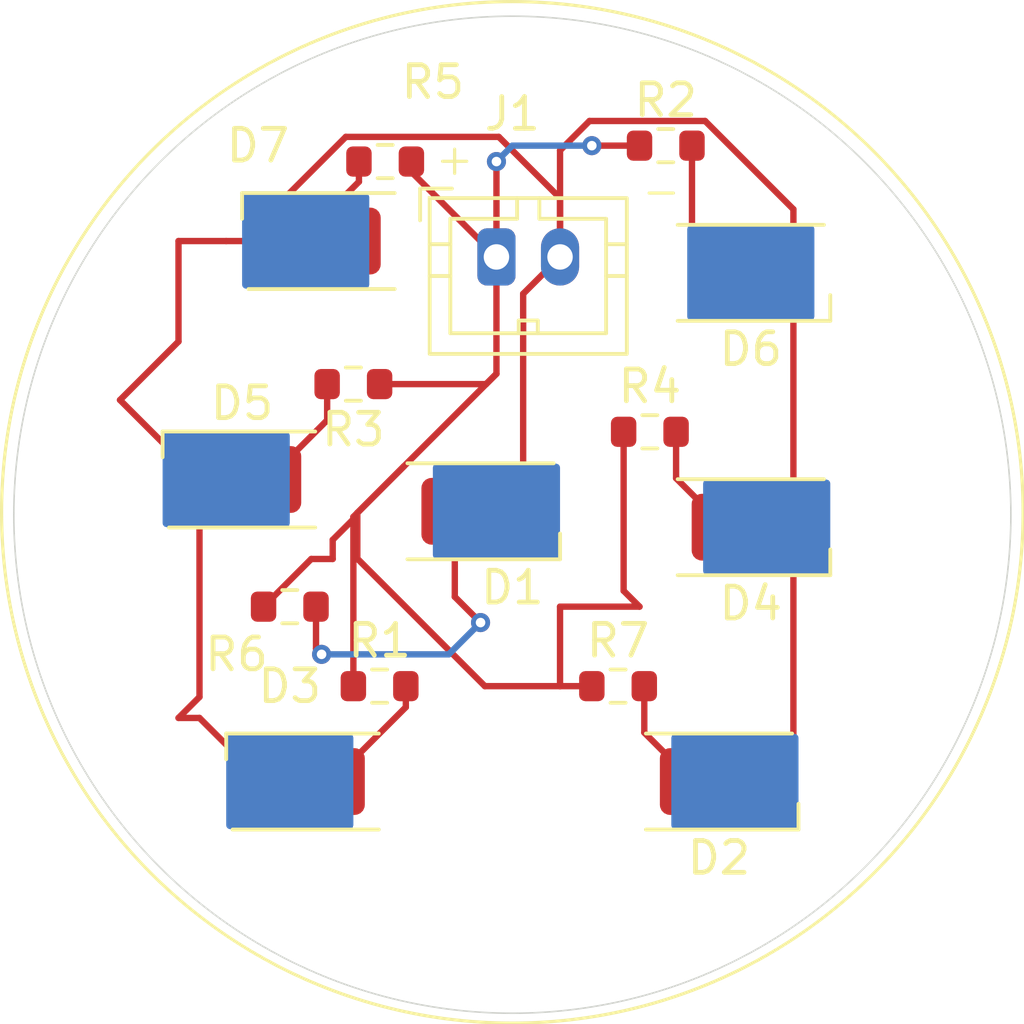
<source format=kicad_pcb>
(kicad_pcb (version 20241229) (generator "pcbnew") (generator_version "9.0")
  (layers (0 "F.Cu" signal) (2 "B.Cu" signal) (13 "F.Paste" user) (15 "B.Paste" user) (5 "F.SilkS" user "F.Silkscreen") (7 "B.SilkS" user "B.Silkscreen") (1 "F.Mask" user) (3 "B.Mask" user) (25 "Edge.Cuts" user))
  (net 0 "")
  (net 1 "GND")
  (net 2 "+3.3V")
  (net 3 "Net-(D1-A)")
  (net 4 "Net-(D2-A)")
  (net 5 "Net-(D3-A)")
  (net 6 "Net-(D4-A)")
  (net 7 "Net-(D5-A)")
  (net 8 "Net-(D6-A)")
  (net 9 "Net-(D7-A)")
  (footprint "LED_SMD:LED_Everlight-SMD3528_3.5x2.8mm_67-21ST" (layer "F.Cu") (at 120.5 97.5)
    (property "Reference" "D5" (at 0 -2.4 0) (layer "F.SilkS"))
    (property "Value" "LED")
    (fp_line (start -2.5 -1.51) (end 2.3 -1.51) (stroke (width 0.12)) (layer "F.SilkS"))
    (fp_line (start -2.5 -0.7) (end -2.5 -1.51) (stroke (width 0.12)) (layer "F.SilkS"))
    (fp_line (start -2.3 1.51) (end 2.3 1.51) (stroke (width 0.12)) (layer "F.SilkS"))
    (pad "1" smd roundrect (at -1.34 0) (size 1.1 2.1) (layers "F.Cu" "F.Mask" "F.Paste") (roundrect_rratio 0.15) (net 1 "GND"))
    (pad "2" smd roundrect (at 0.81 0) (size 2.1 2.1) (layers "F.Cu" "F.Mask" "F.Paste") (roundrect_rratio 0.15) (net 7 "Net-(D5-A)"))
  )
  (footprint "Resistor_SMD:R_0603_1608Metric" (layer "F.Cu") (at 133.825 87)
    (property "Reference" "R2" (at 0 -1.43 0) (layer "F.SilkS"))
    (property "Value" "R" (hide yes))
    (fp_line (start -0.237258 -0.5225) (end 0.237258 -0.5225) (stroke (width 0.12)) (layer "F.SilkS"))
    (fp_line (start -0.237258 0.5225) (end 0.237258 0.5225) (stroke (width 0.12)) (layer "F.SilkS"))
    (pad "1" smd roundrect (at -0.825 0) (size 0.8 0.95) (layers "F.Cu" "F.Mask" "F.Paste") (net 2 "+3.3V"))
    (pad "2" smd roundrect (at 0.825 0) (size 0.8 0.95) (layers "F.Cu" "F.Mask" "F.Paste") (net 8 "Net-(D6-A)"))
  )
  (footprint "LED_SMD:LED_Everlight-SMD3528_3.5x2.8mm_67-21ST" (layer "F.Cu") (at 135.5 107 180)
    (property "Reference" "D2" (at 0 -2.4 180) (layer "F.SilkS"))
    (property "Value" "LED")
    (fp_line (start -2.3 1.51) (end 2.3 1.51) (stroke (width 0.12)) (layer "F.SilkS"))
    (fp_line (start -2.5 -0.7) (end -2.5 -1.51) (stroke (width 0.12)) (layer "F.SilkS"))
    (fp_line (start -2.5 -1.51) (end 2.3 -1.51) (stroke (width 0.12)) (layer "F.SilkS"))
    (pad "1" smd roundrect (at -1.34 0 180) (size 1.1 2.1) (layers "F.Cu" "F.Mask" "F.Paste") (roundrect_rratio 0.15) (net 1 "GND"))
    (pad "2" smd roundrect (at 0.81 0 180) (size 2.1 2.1) (layers "F.Cu" "F.Mask" "F.Paste") (roundrect_rratio 0.15) (net 4 "Net-(D2-A)"))
  )
  (footprint "Connector_TE-Connectivity:TE_440054-2_1x02_P2.00mm_Vertical" (layer "F.Cu") (at 128.5 90.5)
    (property "Reference" "J1" (at 0.5 -4.5 0) (layer "F.SilkS"))
    (property "Value" "Conn_01x02_Pin" (hide yes))
    (fp_line (start -2.4 -2.15) (end -2.4 -1.15) (stroke (width 0.12)) (layer "F.SilkS"))
    (fp_line (start -2.4 -2.15) (end -1.4 -2.15) (stroke (width 0.12)) (layer "F.SilkS"))
    (fp_line (start -2.1 -0.4) (end -1.45 -0.4) (stroke (width 0.12)) (layer "F.SilkS"))
    (fp_line (start -2.1 0.6) (end -1.45 0.6) (stroke (width 0.12)) (layer "F.SilkS"))
    (fp_line (start -1.45 -1.2) (end 0.65 -1.2) (stroke (width 0.12)) (layer "F.SilkS"))
    (fp_line (start -1.45 2.4) (end -1.45 -1.2) (stroke (width 0.12)) (layer "F.SilkS"))
    (fp_line (start 0.65 -1.85) (end 0.65 -1.2) (stroke (width 0.12)) (layer "F.SilkS"))
    (fp_line (start 0.7 2) (end 1.3 2) (stroke (width 0.12)) (layer "F.SilkS"))
    (fp_line (start 0.7 2.4) (end 0.7 2) (stroke (width 0.12)) (layer "F.SilkS"))
    (fp_line (start 1.3 2) (end 1.3 2.4) (stroke (width 0.12)) (layer "F.SilkS"))
    (fp_line (start 1.35 -1.85) (end 1.35 -1.2) (stroke (width 0.12)) (layer "F.SilkS"))
    (fp_line (start 3.45 -1.2) (end 1.35 -1.2) (stroke (width 0.12)) (layer "F.SilkS"))
    (fp_line (start 3.45 -1.2) (end 3.45 2.4) (stroke (width 0.12)) (layer "F.SilkS"))
    (fp_line (start 3.45 -0.4) (end 4.1 -0.4) (stroke (width 0.12)) (layer "F.SilkS"))
    (fp_line (start 3.45 0.6) (end 4.1 0.6) (stroke (width 0.12)) (layer "F.SilkS"))
    (fp_line (start 3.45 2.4) (end -1.45 2.4) (stroke (width 0.12)) (layer "F.SilkS"))
    (fp_rect (start -2.1 -1.85) (end 4.1 3.05) (stroke (width 0.12)) (fill no) (layer "F.SilkS"))
    (pad "1" thru_hole roundrect (at 0 0) (size 1.2 1.8) (drill 0.8) (layers "*.Cu" "*.Mask") (net 2 "+3.3V"))
    (pad "2" thru_hole oval (at 2 0) (size 1.2 1.8) (drill 0.8) (layers "*.Cu" "*.Mask") (net 1 "GND"))
  )
  (footprint "Resistor_SMD:R_0603_1608Metric" (layer "F.Cu") (at 133.325 96)
    (property "Reference" "R4" (at 0 -1.43 0) (layer "F.SilkS"))
    (property "Value" "R" (hide yes))
    (fp_line (start -0.237258 -0.5225) (end 0.237258 -0.5225) (stroke (width 0.12)) (layer "F.SilkS"))
    (fp_line (start -0.237258 0.5225) (end 0.237258 0.5225) (stroke (width 0.12)) (layer "F.SilkS"))
    (pad "1" smd roundrect (at -0.825 0) (size 0.8 0.95) (layers "F.Cu" "F.Mask" "F.Paste") (net 2 "+3.3V"))
    (pad "2" smd roundrect (at 0.825 0) (size 0.8 0.95) (layers "F.Cu" "F.Mask" "F.Paste") (net 6 "Net-(D4-A)"))
  )
  (footprint "Resistor_SMD:R_0603_1608Metric" (layer "F.Cu") (at 124.825 104)
    (property "Reference" "R1" (at 0 -1.43 0) (layer "F.SilkS"))
    (property "Value" "R" (hide yes))
    (fp_line (start -0.237258 -0.5225) (end 0.237258 -0.5225) (stroke (width 0.12)) (layer "F.SilkS"))
    (fp_line (start -0.237258 0.5225) (end 0.237258 0.5225) (stroke (width 0.12)) (layer "F.SilkS"))
    (pad "1" smd roundrect (at -0.825 0) (size 0.8 0.95) (layers "F.Cu" "F.Mask" "F.Paste") (net 2 "+3.3V"))
    (pad "2" smd roundrect (at 0.825 0) (size 0.8 0.95) (layers "F.Cu" "F.Mask" "F.Paste") (net 5 "Net-(D3-A)"))
  )
  (footprint "Resistor_SMD:R_0603_1608Metric" (layer "F.Cu") (at 122 101.5)
    (property "Reference" "R6" (at -1.675 1.5 0) (layer "F.SilkS"))
    (property "Value" "R" (hide yes))
    (fp_line (start -0.237258 -0.5225) (end 0.237258 -0.5225) (stroke (width 0.12)) (layer "F.SilkS"))
    (fp_line (start -0.237258 0.5225) (end 0.237258 0.5225) (stroke (width 0.12)) (layer "F.SilkS"))
    (pad "1" smd roundrect (at -0.825 0) (size 0.8 0.95) (layers "F.Cu" "F.Mask" "F.Paste") (net 2 "+3.3V"))
    (pad "2" smd roundrect (at 0.825 0) (size 0.8 0.95) (layers "F.Cu" "F.Mask" "F.Paste") (net 3 "Net-(D1-A)"))
  )
  (footprint "LED_SMD:LED_Everlight-SMD3528_3.5x2.8mm_67-21ST" (layer "F.Cu") (at 128 98.5 180)
    (property "Reference" "D1" (at -1 -2.4 180) (layer "F.SilkS"))
    (property "Value" "LED")
    (fp_line (start -2.3 1.51) (end 2.3 1.51) (stroke (width 0.12)) (layer "F.SilkS"))
    (fp_line (start -2.5 -0.7) (end -2.5 -1.51) (stroke (width 0.12)) (layer "F.SilkS"))
    (fp_line (start -2.5 -1.51) (end 2.3 -1.51) (stroke (width 0.12)) (layer "F.SilkS"))
    (pad "1" smd roundrect (at -1.34 0 180) (size 1.1 2.1) (layers "F.Cu" "F.Mask" "F.Paste") (roundrect_rratio 0.15) (net 1 "GND"))
    (pad "2" smd roundrect (at 0.81 0 180) (size 2.1 2.1) (layers "F.Cu" "F.Mask" "F.Paste") (roundrect_rratio 0.15) (net 3 "Net-(D1-A)"))
  )
  (footprint "LED_SMD:LED_Everlight-SMD3528_3.5x2.8mm_67-21ST" (layer "F.Cu") (at 136.5 99 180)
    (property "Reference" "D4" (at 0 -2.4 180) (layer "F.SilkS"))
    (property "Value" "LED")
    (fp_line (start -2.3 1.51) (end 2.3 1.51) (stroke (width 0.12)) (layer "F.SilkS"))
    (fp_line (start -2.5 -0.7) (end -2.5 -1.51) (stroke (width 0.12)) (layer "F.SilkS"))
    (fp_line (start -2.5 -1.51) (end 2.3 -1.51) (stroke (width 0.12)) (layer "F.SilkS"))
    (pad "1" smd roundrect (at -1.34 0 180) (size 1.1 2.1) (layers "F.Cu" "F.Mask" "F.Paste") (roundrect_rratio 0.15) (net 1 "GND"))
    (pad "2" smd roundrect (at 0.81 0 180) (size 2.1 2.1) (layers "F.Cu" "F.Mask" "F.Paste") (roundrect_rratio 0.15) (net 6 "Net-(D4-A)"))
  )
  (footprint "Resistor_SMD:R_0603_1608Metric" (layer "F.Cu") (at 125 87.5 180)
    (property "Reference" "R5" (at -1.5 2.5 0) (layer "F.SilkS"))
    (property "Value" "R" (hide yes))
    (fp_line (start -0.237258 0.5225) (end 0.237258 0.5225) (stroke (width 0.12)) (layer "F.SilkS"))
    (fp_line (start -0.237258 -0.5225) (end 0.237258 -0.5225) (stroke (width 0.12)) (layer "F.SilkS"))
    (pad "1" smd roundrect (at -0.825 0 180) (size 0.8 0.95) (layers "F.Cu" "F.Mask" "F.Paste") (net 2 "+3.3V"))
    (pad "2" smd roundrect (at 0.825 0 180) (size 0.8 0.95) (layers "F.Cu" "F.Mask" "F.Paste") (net 9 "Net-(D7-A)"))
  )
  (footprint "LED_SMD:LED_Everlight-SMD3528_3.5x2.8mm_67-21ST" (layer "F.Cu") (at 123 90)
    (property "Reference" "D7" (at -2 -3 0) (layer "F.SilkS"))
    (property "Value" "LED")
    (fp_line (start -2.5 -1.51) (end 2.3 -1.51) (stroke (width 0.12)) (layer "F.SilkS"))
    (fp_line (start -2.5 -0.7) (end -2.5 -1.51) (stroke (width 0.12)) (layer "F.SilkS"))
    (fp_line (start -2.3 1.51) (end 2.3 1.51) (stroke (width 0.12)) (layer "F.SilkS"))
    (pad "1" smd roundrect (at -1.34 0) (size 1.1 2.1) (layers "F.Cu" "F.Mask" "F.Paste") (roundrect_rratio 0.15) (net 1 "GND"))
    (pad "2" smd roundrect (at 0.81 0) (size 2.1 2.1) (layers "F.Cu" "F.Mask" "F.Paste") (roundrect_rratio 0.15) (net 9 "Net-(D7-A)"))
  )
  (footprint "LED_SMD:LED_Everlight-SMD3528_3.5x2.8mm_67-21ST" (layer "F.Cu") (at 136.5 91 180)
    (property "Reference" "D6" (at 0 -2.4 180) (layer "F.SilkS"))
    (property "Value" "LED")
    (fp_line (start -2.3 1.51) (end 2.3 1.51) (stroke (width 0.12)) (layer "F.SilkS"))
    (fp_line (start -2.5 -0.7) (end -2.5 -1.51) (stroke (width 0.12)) (layer "F.SilkS"))
    (fp_line (start -2.5 -1.51) (end 2.3 -1.51) (stroke (width 0.12)) (layer "F.SilkS"))
    (pad "1" smd roundrect (at -1.34 0 180) (size 1.1 2.1) (layers "F.Cu" "F.Mask" "F.Paste") (roundrect_rratio 0.15) (net 1 "GND"))
    (pad "2" smd roundrect (at 0.81 0 180) (size 2.1 2.1) (layers "F.Cu" "F.Mask" "F.Paste") (roundrect_rratio 0.15) (net 8 "Net-(D6-A)"))
  )
  (footprint "Resistor_SMD:R_0603_1608Metric" (layer "F.Cu") (at 124 94.5 180)
    (property "Reference" "R3" (at 0 -1.43 0) (layer "F.SilkS"))
    (property "Value" "R" (hide yes))
    (fp_line (start -0.237258 0.5225) (end 0.237258 0.5225) (stroke (width 0.12)) (layer "F.SilkS"))
    (fp_line (start -0.237258 -0.5225) (end 0.237258 -0.5225) (stroke (width 0.12)) (layer "F.SilkS"))
    (pad "1" smd roundrect (at -0.825 0 180) (size 0.8 0.95) (layers "F.Cu" "F.Mask" "F.Paste") (net 2 "+3.3V"))
    (pad "2" smd roundrect (at 0.825 0 180) (size 0.8 0.95) (layers "F.Cu" "F.Mask" "F.Paste") (net 7 "Net-(D5-A)"))
  )
  (footprint "Resistor_SMD:R_0603_1608Metric" (layer "F.Cu") (at 132.325 104)
    (property "Reference" "R7" (at 0 -1.43 0) (layer "F.SilkS"))
    (property "Value" "R" (hide yes))
    (fp_line (start -0.237258 -0.5225) (end 0.237258 -0.5225) (stroke (width 0.12)) (layer "F.SilkS"))
    (fp_line (start -0.237258 0.5225) (end 0.237258 0.5225) (stroke (width 0.12)) (layer "F.SilkS"))
    (pad "1" smd roundrect (at -0.825 0) (size 0.8 0.95) (layers "F.Cu" "F.Mask" "F.Paste") (net 2 "+3.3V"))
    (pad "2" smd roundrect (at 0.825 0) (size 0.8 0.95) (layers "F.Cu" "F.Mask" "F.Paste") (net 4 "Net-(D2-A)"))
  )
  (footprint "LED_SMD:LED_Everlight-SMD3528_3.5x2.8mm_67-21ST" (layer "F.Cu") (at 122.5 107)
    (property "Reference" "D3" (at -0.5 -3 0) (layer "F.SilkS"))
    (property "Value" "LED")
    (fp_line (start -2.5 -1.51) (end 2.3 -1.51) (stroke (width 0.12)) (layer "F.SilkS"))
    (fp_line (start -2.5 -0.7) (end -2.5 -1.51) (stroke (width 0.12)) (layer "F.SilkS"))
    (fp_line (start -2.3 1.51) (end 2.3 1.51) (stroke (width 0.12)) (layer "F.SilkS"))
    (pad "1" smd roundrect (at -1.34 0) (size 1.1 2.1) (layers "F.Cu" "F.Mask" "F.Paste") (roundrect_rratio 0.15) (net 1 "GND"))
    (pad "2" smd roundrect (at 0.81 0) (size 2.1 2.1) (layers "F.Cu" "F.Mask" "F.Paste") (roundrect_rratio 0.15) (net 5 "Net-(D3-A)"))
  )
  (gr_circle (center 129 98.533296) (end 128 82.5) (stroke (width 0.1)) (fill no) (layer "F.SilkS"))
  (gr_circle (center 129 98.607945) (end 130.5 83) (stroke (width 0.05)) (fill no) (layer "Edge.Cuts"))
  (gr_text "+" (at 126.5 88 0) (layer "F.SilkS") (effects (font (size 1 1) (thickness 0.1)) (justify left bottom)))
  (gr_text "-" (at 133 89 0) (layer "F.SilkS") (effects (font (size 1 1) (thickness 0.1)) (justify left bottom)))
  (segment (start 137.84 99) (end 137.84 98.66) (width 0.2) (layer "F.Cu") (net 1))
  (segment (start 137.84 89.000936) (end 135.063064 86.224) (width 0.2) (layer "F.Cu") (net 1))
  (segment (start 120 90) (end 118.5 90) (width 0.2) (layer "F.Cu") (net 1))
  (segment (start 119.16 105) (end 121.16 107) (width 0.2) (layer "F.Cu") (net 1))
  (segment (start 119.16 97.5) (end 119.16 104.34) (width 0.2) (layer "F.Cu") (net 1))
  (segment (start 130.5 87.150057) (end 130.5 90.5) (width 0.2) (layer "F.Cu") (net 1))
  (segment (start 120 90) (end 121.66 90) (width 0.2) (layer "F.Cu") (net 1))
  (segment (start 135.063064 86.224) (end 131.426057 86.224) (width 0.2) (layer "F.Cu") (net 1))
  (segment (start 136.84 107) (end 137.84 106) (width 0.2) (layer "F.Cu") (net 1))
  (segment (start 130.5 88.650057) (end 128.573943 86.724) (width 0.2) (layer "F.Cu") (net 1))
  (segment (start 137.84 91) (end 137.84 99) (width 0.2) (layer "F.Cu") (net 1))
  (segment (start 137.84 91) (end 137.84 89.000936) (width 0.2) (layer "F.Cu") (net 1))
  (segment (start 116.66 95) (end 119.16 97.5) (width 0.2) (layer "F.Cu") (net 1))
  (segment (start 118.5 105) (end 119.16 105) (width 0.2) (layer "F.Cu") (net 1))
  (segment (start 137.84 106) (end 137.84 99) (width 0.2) (layer "F.Cu") (net 1))
  (segment (start 121.66 88.825936) (end 121.66 90) (width 0.2) (layer "F.Cu") (net 1))
  (segment (start 130.5 90.5) (end 130.5 88.650057) (width 0.2) (layer "F.Cu") (net 1))
  (segment (start 128.573943 86.724) (end 123.761936 86.724) (width 0.2) (layer "F.Cu") (net 1))
  (segment (start 137.84 98.66) (end 138.34 98.16) (width 0.2) (layer "F.Cu") (net 1))
  (segment (start 129.34 91.66) (end 130.5 90.5) (width 0.2) (layer "F.Cu") (net 1))
  (segment (start 131.426057 86.224) (end 130.5 87.150057) (width 0.2) (layer "F.Cu") (net 1))
  (segment (start 118.5 90) (end 118.5 93.16) (width 0.2) (layer "F.Cu") (net 1))
  (segment (start 123.761936 86.724) (end 121.66 88.825936) (width 0.2) (layer "F.Cu") (net 1))
  (segment (start 129.34 98.5) (end 129.34 91.66) (width 0.2) (layer "F.Cu") (net 1))
  (segment (start 119.16 104.34) (end 118.5 105) (width 0.2) (layer "F.Cu") (net 1))
  (segment (start 118.5 93.16) (end 116.66 95) (width 0.2) (layer "F.Cu") (net 1))
  (segment (start 122.675 100) (end 121.175 101.5) (width 0.2) (layer "F.Cu") (net 2))
  (segment (start 133 87) (end 131.5 87) (width 0.2) (layer "F.Cu") (net 2))
  (segment (start 124.124 98.551) (end 124.124 98.624) (width 0.2) (layer "F.Cu") (net 2))
  (segment (start 132.5 101) (end 132.5 96) (width 0.2) (layer "F.Cu") (net 2))
  (segment (start 128.175 94.5) (end 124.825 94.5) (width 0.2) (layer "F.Cu") (net 2))
  (segment (start 130.5 101.5) (end 133 101.5) (width 0.2) (layer "F.Cu") (net 2))
  (segment (start 128.5 87.5) (end 128.5 90.5) (width 0.2) (layer "F.Cu") (net 2))
  (segment (start 125.5875 97.0875) (end 124.124 98.551) (width 0.2) (layer "F.Cu") (net 2))
  (segment (start 133 101.5) (end 132.5 101) (width 0.2) (layer "F.Cu") (net 2))
  (segment (start 125.825 87.825) (end 125.825 87.5) (width 0.2) (layer "F.Cu") (net 2))
  (segment (start 123.35 99.398) (end 123.35 100) (width 0.2) (layer "F.Cu") (net 2))
  (segment (start 124 98.675) (end 124 104) (width 0.2) (layer "F.Cu") (net 2))
  (segment (start 128.5 94.175) (end 125.5875 97.0875) (width 0.2) (layer "F.Cu") (net 2))
  (segment (start 130.5 104) (end 131.5 104) (width 0.2) (layer "F.Cu") (net 2))
  (segment (start 128.5 90.5) (end 125.825 87.825) (width 0.2) (layer "F.Cu") (net 2))
  (segment (start 123.35 100) (end 122.675 100) (width 0.2) (layer "F.Cu") (net 2))
  (segment (start 128.5 90.5) (end 128.5 94.175) (width 0.2) (layer "F.Cu") (net 2))
  (segment (start 124.124 98.551) (end 124.124 99.988064) (width 0.2) (layer "F.Cu") (net 2))
  (segment (start 128.135936 104) (end 130.5 104) (width 0.2) (layer "F.Cu") (net 2))
  (segment (start 125.5875 97.0875) (end 124 98.675) (width 0.2) (layer "F.Cu") (net 2))
  (segment (start 130.5 104) (end 130.5 101.5) (width 0.2) (layer "F.Cu") (net 2))
  (segment (start 124.124 98.624) (end 123.35 99.398) (width 0.2) (layer "F.Cu") (net 2))
  (segment (start 124.124 99.988064) (end 128.135936 104) (width 0.2) (layer "F.Cu") (net 2))
  (segment (start 128.5 94.175) (end 128.175 94.5) (width 0.2) (layer "F.Cu") (net 2))
  (via (at 128.5 87.5) (size 0.6) (drill 0.3) (layers "F.Cu" "B.Cu") (net 2))
  (via (at 131.5 87) (size 0.6) (drill 0.3) (layers "F.Cu" "B.Cu") (net 2))
  (segment (start 131.5 87) (end 129 87) (width 0.2) (layer "B.Cu") (net 2))
  (segment (start 129 87) (end 128.5 87.5) (width 0.2) (layer "B.Cu") (net 2))
  (segment (start 122.825 102.825) (end 123 103) (width 0.2) (layer "F.Cu") (net 3))
  (segment (start 122.825 101.5) (end 122.825 102.825) (width 0.2) (layer "F.Cu") (net 3))
  (segment (start 127.19 101.19) (end 127.19 98.5) (width 0.2) (layer "F.Cu") (net 3))
  (segment (start 128 102) (end 127.19 101.19) (width 0.2) (layer "F.Cu") (net 3))
  (via (at 123 103) (size 0.6) (drill 0.3) (layers "F.Cu" "B.Cu") (net 3))
  (via (at 128 102) (size 0.6) (drill 0.3) (layers "F.Cu" "B.Cu") (net 3))
  (segment (start 127 103) (end 128 102) (width 0.2) (layer "B.Cu") (net 3))
  (segment (start 123 103) (end 127 103) (width 0.2) (layer "B.Cu") (net 3))
  (segment (start 133.15 105.46) (end 134.69 107) (width 0.2) (layer "F.Cu") (net 4))
  (segment (start 133.15 104) (end 133.15 105.46) (width 0.2) (layer "F.Cu") (net 4))
  (segment (start 125.65 104.66) (end 125.65 104) (width 0.2) (layer "F.Cu") (net 5))
  (segment (start 123.31 107) (end 125.65 104.66) (width 0.2) (layer "F.Cu") (net 5))
  (segment (start 134.15 96) (end 134.15 97.46) (width 0.2) (layer "F.Cu") (net 6))
  (segment (start 134.15 97.46) (end 135.69 99) (width 0.2) (layer "F.Cu") (net 6))
  (segment (start 123.175 95.635) (end 121.31 97.5) (width 0.2) (layer "F.Cu") (net 7))
  (segment (start 123.175 94.5) (end 123.175 95.635) (width 0.2) (layer "F.Cu") (net 7))
  (segment (start 134.65 89.96) (end 135.69 91) (width 0.2) (layer "F.Cu") (net 8))
  (segment (start 134.65 87) (end 134.65 89.96) (width 0.2) (layer "F.Cu") (net 8))
  (segment (start 123.81 88.5) (end 123.81 90) (width 0.2) (layer "F.Cu") (net 9))
  (segment (start 124.175 88.135) (end 123.81 88.5) (width 0.2) (layer "F.Cu") (net 9))
  (segment (start 124.175 87.5) (end 124.175 88.135) (width 0.2) (layer "F.Cu") (net 9))
  (zone (net 0) (net_name "") (layer "B.Cu") (connect_pads (clearance 0.5)) (min_thickness 0.25) (fill yes (thermal_gap 0.5) (thermal_bridge_width 0.5) (island_removal_mode 1) (island_area_min 10))
    (polygon (pts (xy 135 97.5) (xy 139 97.5) (xy 139 100.5) (xy 135 100.5)))
  )
  (zone (net 0) (net_name "") (layer "B.Cu") (connect_pads (clearance 0.5)) (min_thickness 0.25) (fill yes (thermal_gap 0.5) (thermal_bridge_width 0.5) (island_removal_mode 1) (island_area_min 10))
    (polygon (pts (xy 120 105.5) (xy 124 105.5) (xy 124 108.5) (xy 120 108.5)))
  )
  (zone (net 0) (net_name "") (layer "B.Cu") (connect_pads (clearance 0.5)) (min_thickness 0.25) (fill yes (thermal_gap 0.5) (thermal_bridge_width 0.5) (island_removal_mode 1) (island_area_min 10))
    (polygon (pts (xy 134.5 89.5) (xy 138.5 89.5) (xy 138.5 92.5) (xy 134.5 92.5)))
  )
  (zone (net 0) (net_name "") (layer "B.Cu") (connect_pads (clearance 0.5)) (min_thickness 0.25) (fill yes (thermal_gap 0.5) (thermal_bridge_width 0.5) (island_removal_mode 1) (island_area_min 10))
    (polygon (pts (xy 134 105.5) (xy 138 105.5) (xy 138 108.5) (xy 134 108.5)))
  )
  (zone (net 0) (net_name "") (layer "B.Cu") (connect_pads (clearance 0.5)) (min_thickness 0.25) (fill yes (thermal_gap 0.5) (thermal_bridge_width 0.5) (island_removal_mode 1) (island_area_min 10))
    (polygon (pts (xy 126.5 97) (xy 130.5 97) (xy 130.5 100) (xy 126.5 100)))
  )
  (zone (net 0) (net_name "") (layer "B.Cu") (connect_pads (clearance 0.5)) (min_thickness 0.25) (fill yes (thermal_gap 0.5) (thermal_bridge_width 0.5) (island_removal_mode 1) (island_area_min 10))
    (polygon (pts (xy 120.5 88.5) (xy 124.5 88.5) (xy 124.5 91.5) (xy 120.5 91.5)))
  )
  (zone (net 0) (net_name "") (layer "B.Cu") (connect_pads (clearance 0.5)) (min_thickness 0.25) (fill yes (thermal_gap 0.5) (thermal_bridge_width 0.5) (island_removal_mode 1) (island_area_min 10))
    (polygon (pts (xy 118 96) (xy 122 96) (xy 122 99) (xy 118 99)))
  )
)
</source>
